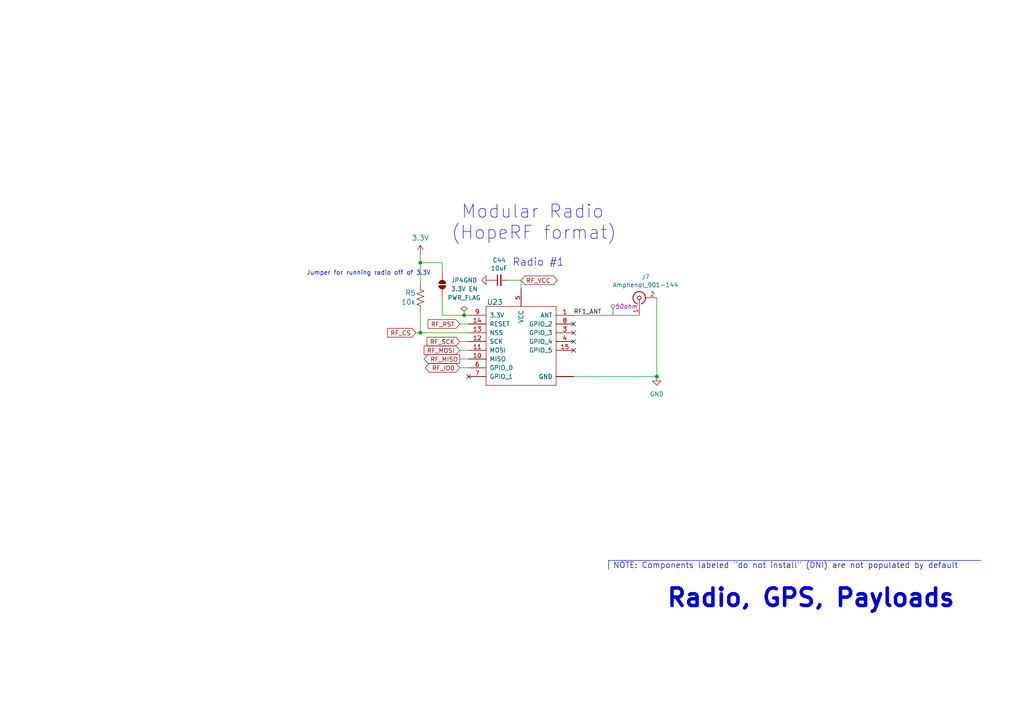
<source format=kicad_sch>
(kicad_sch (version 20231120) (generator "eeschema") (generator_version "8.0")
  (paper "A4")
  (title_block (title "PyCubed Mainboard") (date "2024-05-14") (rev "v06b") (company "Stanford Student Space Initiative") (comment 1 "Ethan Brinser"))
  (lib_symbols
    (symbol "Connector:Conn_Coaxial" (pin_names (offset 1.016) hide)
      (property "Reference" "J" (at 0.254 3.048 0))
      (property "Value" "Conn_Coaxial" (at 2.921 0 90))
      (symbol "Conn_Coaxial_0_1"
        (arc (start -1.778 -0.508) (mid 0.2311 -1.8066) (end 1.778 0) (stroke (width 0.254)))
        (polyline (pts (xy -2.54 0) (xy -0.508 0)))
        (polyline (pts (xy 0 -2.54) (xy 0 -1.778)))
        (circle (center 0 0) (radius 0.508) (stroke (width 0.2032)))
        (arc (start 1.778 0) (mid 0.2099 1.8101) (end -1.778 0.508) (stroke (width 0.254)))
      )
      (symbol "Conn_Coaxial_1_1"
        (pin passive line (at -5.08 0 0) (length 2.54) (name "In") (number "1"))
        (pin passive line (at 0 -5.08 90) (length 2.54) (name "Ext") (number "2"))
      )
    )
    (symbol "Device:C_Small" (pin_numbers hide) (pin_names (offset 0.254) hide)
      (property "Reference" "C" (at 0.254 1.778 0))
      (property "Value" "C_Small" (at 0.254 -2.032 0))
      (symbol "C_Small_0_1"
        (polyline (pts (xy -1.524 -0.508) (xy 1.524 -0.508)) (stroke (width 0.3302)))
        (polyline (pts (xy -1.524 0.508) (xy 1.524 0.508)) (stroke (width 0.3048)))
      )
      (symbol "C_Small_1_1"
        (pin passive line (at 0 2.54 270) (length 2.032) (name "~") (number "1"))
        (pin passive line (at 0 -2.54 90) (length 2.032) (name "~") (number "2"))
      )
    )
    (symbol "Device:R_US" (pin_numbers hide) (pin_names (offset 0))
      (property "Reference" "R" (at 2.54 0 90))
      (property "Value" "R_US" (at -2.54 0 90))
      (symbol "R_US_0_1"
        (polyline (pts (xy 0 -2.286) (xy 0 -2.54)))
        (polyline (pts (xy 0 2.286) (xy 0 2.54)))
        (polyline (pts (xy 0 -0.762) (xy 1.016 -1.143) (xy 0 -1.524) (xy -1.016 -1.905) (xy 0 -2.286)))
        (polyline (pts (xy 0 0.762) (xy 1.016 0.381) (xy 0 0) (xy -1.016 -0.381) (xy 0 -0.762)))
        (polyline (pts (xy 0 2.286) (xy 1.016 1.905) (xy 0 1.524) (xy -1.016 1.143) (xy 0 0.762)))
      )
      (symbol "R_US_1_1"
        (pin passive line (at 0 3.81 270) (length 1.27) (name "~") (number "1"))
        (pin passive line (at 0 -3.81 90) (length 1.27) (name "~") (number "2"))
      )
    )
    (symbol "Jumper:SolderJumper_2_Open" (pin_numbers hide) (pin_names (offset 0) hide) (exclude_from_sim yes) (in_bom no)
      (property "Reference" "JP" (at 0 2.032 0))
      (property "Value" "SolderJumper_2_Open" (at 0 -2.54 0))
      (symbol "SolderJumper_2_Open_0_1"
        (arc (start -0.254 1.016) (mid -1.2656 0) (end -0.254 -1.016))
        (arc (start -0.254 1.016) (mid -1.2656 0) (end -0.254 -1.016) (fill (type outline)))
        (polyline (pts (xy -0.254 1.016) (xy -0.254 -1.016)))
        (polyline (pts (xy 0.254 1.016) (xy 0.254 -1.016)))
        (arc (start 0.254 -1.016) (mid 1.2656 0) (end 0.254 1.016))
        (arc (start 0.254 -1.016) (mid 1.2656 0) (end 0.254 1.016) (fill (type outline)))
      )
      (symbol "SolderJumper_2_Open_1_1"
        (pin passive line (at -3.81 0 0) (length 2.54) (name "A") (number "1"))
        (pin passive line (at 3.81 0 180) (length 2.54) (name "B") (number "2"))
      )
    )
    (symbol "power:+3.3V" (power) (pin_numbers hide) (pin_names (offset 0) hide)
      (property "Value" "+3.3V" (at 0 3.556 0))
      (symbol "+3.3V_0_1"
        (polyline (pts (xy -0.762 1.27) (xy 0 2.54)))
        (polyline (pts (xy 0 0) (xy 0 2.54)))
        (polyline (pts (xy 0 2.54) (xy 0.762 1.27)))
      )
      (symbol "+3.3V_1_1"
        (pin power_in line (at 0 0 90) (length 0) (name "~") (number "1"))
      )
    )
    (symbol "power:GND" (power) (pin_numbers hide) (pin_names (offset 0) hide)
      (property "Value" "GND" (at 0 -3.81 0))
      (symbol "GND_0_1"
        (polyline (pts (xy 0 0) (xy 0 -1.27) (xy 1.27 -1.27) (xy 0 -2.54) (xy -1.27 -1.27) (xy 0 -1.27)))
      )
      (symbol "GND_1_1"
        (pin power_in line (at 0 0 270) (length 0) (name "~") (number "1"))
      )
    )
    (symbol "power:PWR_FLAG" (power) (pin_numbers hide) (pin_names (offset 0) hide)
      (property "Value" "PWR_FLAG" (at 0 3.81 0))
      (symbol "PWR_FLAG_0_0"
        (pin power_out line (at 0 0 90) (length 0) (name "~") (number "1"))
      )
      (symbol "PWR_FLAG_0_1"
        (polyline (pts (xy 0 0) (xy 0 1.27) (xy -1.016 1.905) (xy 0 2.54) (xy 1.016 1.905) (xy 0 1.27)))
      )
    )
    (symbol "ssi_IC:RFM98PW" (pin_names (offset 1.016))
      (property "Reference" "U" (at -7.62 10.16 0))
      (symbol "RFM98PW_1_0"
        (polyline (pts (xy -7.62 -12.7) (xy -7.62 10.16)))
        (polyline (pts (xy -7.62 10.16) (xy 12.7 10.16)))
        (polyline (pts (xy 12.7 -12.7) (xy -7.62 -12.7)))
        (polyline (pts (xy 12.7 10.16) (xy 12.7 -12.7)))
        (pin bidirectional line (at 17.78 7.62 180) (length 5.08) (name "ANT") (number "1"))
        (pin output line (at -12.7 -5.08 0) (length 5.08) (name "MISO") (number "10"))
        (pin input line (at -12.7 -2.54 0) (length 5.08) (name "MOSI") (number "11"))
        (pin input line (at -12.7 0 0) (length 5.08) (name "SCK") (number "12"))
        (pin bidirectional line (at -12.7 2.54 0) (length 5.08) (name "NSS") (number "13"))
        (pin bidirectional line (at -12.7 5.08 0) (length 5.08) (name "RESET") (number "14"))
        (pin bidirectional line (at 17.78 -2.54 180) (length 5.08) (name "GPIO_5") (number "15"))
        (pin power_in line (at 17.78 -10.16 180) (length 5.08) (name "GND") (number "16"))
        (pin power_in line (at 17.78 -10.16 180) (length 5.08) hide (name "GND") (number "17"))
        (pin power_in line (at 17.78 -10.16 180) (length 5.08) (name "GND") (number "2"))
        (pin bidirectional line (at 17.78 2.54 180) (length 5.08) (name "GPIO_3") (number "3"))
        (pin bidirectional line (at 17.78 0 180) (length 5.08) (name "GPIO_4") (number "4"))
        (pin power_in line (at 2.54 15.24 270) (length 5.08) (name "VCC") (number "5"))
        (pin bidirectional line (at -12.7 -7.62 0) (length 5.08) (name "GPIO_0") (number "6"))
        (pin bidirectional line (at -12.7 -10.16 0) (length 5.08) (name "GPIO_1") (number "7"))
        (pin bidirectional line (at 17.78 5.08 180) (length 5.08) (name "GPIO_2") (number "8"))
        (pin power_in line (at -12.7 7.62 0) (length 5.08) (name "3.3V") (number "9"))
      )
    )
  )
  (junction (at 121.92 76.2))
  (junction (at 134.62 91.44))
  (junction (at 190.5 109.22))
  (junction (at 121.92 96.52))
  (no_connect (at 166.37 101.6))
  (no_connect (at 135.89 109.22))
  (no_connect (at 166.37 96.52))
  (no_connect (at 166.37 93.98))
  (no_connect (at 166.37 99.06))
  (wire (pts (xy 166.37 109.22) (xy 190.5 109.22)))
  (wire (pts (xy 120.65 96.52) (xy 121.92 96.52)))
  (wire (pts (xy 121.92 90.17) (xy 121.92 96.52)))
  (wire (pts (xy 121.92 76.2) (xy 121.92 73.66)))
  (polyline (pts (xy 176.53 162.56) (xy 284.48 162.56)))
  (wire (pts (xy 121.92 96.52) (xy 135.89 96.52)))
  (wire (pts (xy 151.13 81.28) (xy 147.32 81.28)))
  (wire (pts (xy 128.27 76.2) (xy 128.27 78.74)))
  (wire (pts (xy 121.92 76.2) (xy 121.92 82.55)))
  (wire (pts (xy 151.13 81.28) (xy 151.13 83.82)))
  (wire (pts (xy 133.35 106.68) (xy 135.89 106.68)))
  (wire (pts (xy 166.37 91.44) (xy 185.42 91.44)))
  (wire (pts (xy 128.27 86.36) (xy 128.27 91.44)))
  (wire (pts (xy 135.89 101.6) (xy 133.35 101.6)))
  (wire (pts (xy 135.89 93.98) (xy 133.35 93.98)))
  (wire (pts (xy 121.92 76.2) (xy 128.27 76.2)))
  (wire (pts (xy 134.62 91.44) (xy 135.89 91.44)))
  (wire (pts (xy 135.89 104.14) (xy 133.35 104.14)))
  (wire (pts (xy 135.89 99.06) (xy 133.35 99.06)))
  (wire (pts (xy 190.5 86.36) (xy 190.5 109.22)))
  (polyline (pts (xy 176.53 165.1) (xy 176.53 162.56)))
  (wire (pts (xy 128.27 91.44) (xy 134.62 91.44)))
  (text "Radio #1" (at 148.59 77.47 0) (effects (font (size 2.159 2.159)) (justify left bottom)))
  (text " Modular Radio \n(HopeRF format)" (at 130.81 69.85 0) (effects (font (size 3.81 3.81)) (justify left bottom)))
  (text "NOTE: Components labeled \"do not install\" (DNI) are not populated by default" (at 177.8 165.1 0) (effects (font (size 1.651 1.651)) (justify left bottom)))
  (text "Jumper for running radio off of 3.3V" (at 88.9 80.01 0) (effects (font (size 1.27 1.27)) (justify left bottom)))
  (text "Radio, GPS, Payloads" (at 193.04 176.53 0) (effects (font (size 5.08 5.08) (thickness 1.016) (bold yes)) (justify left bottom)))
  (label "RF1_ANT" (at 166.37 91.44 0))
  (global_label "RF_MOSI" (shape input) (at 133.35 101.6 180) (property "Intersheetrefs" "${INTERSHEET_REFS}" (effects (hide yes))))
  (global_label "RF_IO0" (shape bidirectional) (at 133.35 106.68 180) (property "Intersheetrefs" "${INTERSHEET_REFS}" (effects (hide yes))))
  (global_label "RF_VCC" (shape bidirectional) (at 151.13 81.28 0) (property "Intersheetrefs" "${INTERSHEET_REFS}" (effects (hide yes))))
  (global_label "RF_RST" (shape input) (at 133.35 93.98 180) (property "Intersheetrefs" "${INTERSHEET_REFS}" (effects (hide yes))))
  (global_label "RF_SCK" (shape input) (at 133.35 99.06 180) (property "Intersheetrefs" "${INTERSHEET_REFS}" (effects (hide yes))))
  (global_label "RF_MISO" (shape output) (at 133.35 104.14 180) (property "Intersheetrefs" "${INTERSHEET_REFS}" (effects (hide yes))))
  (global_label "RF_CS" (shape input) (at 120.65 96.52 180) (property "Intersheetrefs" "${INTERSHEET_REFS}" (effects (hide yes))))
  (netclass_flag "" (length 2.54) (shape round) (at 177.8 91.44 0) (property "Netclass" "50ohm" (at 178.4096 88.9 0) (effects (font (italic yes)) (justify left))))
  (symbol (lib_id "Connector:Conn_Coaxial") (at 185.42 86.36 90) (unit 1)
    (property "Reference" "J7" (at 187.2234 80.3402 90))
    (property "Value" "Amphenol_901-144" (at 187.2234 82.6516 90))
    (property "Footprint" "ssi_connector:SMA_Amphenol_901-144_horizontal" (effects (hide yes)))
    (property "Datasheet" "https://www.amphenolrf.com/library/download/link/link_id/593640/parent/901-144/" (effects (hide yes)))
    (property "Description" "Amphenol RF SMA" (effects (hide yes)))
    (property "Flight" "901-144" (effects (hide yes)))
    (property "Manufacturer_Name" "Amphenol" (effects (hide yes)))
    (property "Manufacturer_Part_Number" "901-144" (effects (hide yes)))
    (property "Proto" "901-144" (effects (hide yes)))
  )
  (symbol (lib_id "ssi_IC:RFM98PW") (at 148.59 99.06 0) (unit 1)
    (property "Reference" "U23" (at 143.51 87.63 0) (effects (font (size 1.4986 1.4986))))
    (property "Value" "RFM98PW" (effects (hide yes)))
    (property "Footprint" "ssi_IC:RFM98PW" (effects (hide yes)))
    (property "Datasheet" "433 MHz 1W Radio" (effects (hide yes)))
    (property "Description" "433 MHz 1W Radio" (effects (hide yes)))
    (property "Flight" "RFM98PW" (effects (hide yes)))
    (property "Manufacturer_Name" "HopeRF" (effects (hide yes)))
    (property "Manufacturer_Part_Number" "RFM98PW" (effects (hide yes)))
    (property "Proto" "RFM98PW" (effects (hide yes)))
  )
  (symbol (lib_id "Device:R_US") (at 121.92 86.36 0) (unit 1)
    (property "Reference" "R5" (at 120.65 84.963 0) (effects (font (size 1.4986 1.4986)) (justify right)))
    (property "Value" "10k" (at 120.65 87.63 0) (effects (font (size 1.4986 1.4986)) (justify right)))
    (property "Footprint" "Resistor_SMD:R_0603_1608Metric" (effects (hide yes)))
    (property "Description" "Resistor, US symbol" (effects (hide yes)))
  )
  (symbol (lib_id "power:+3.3V") (at 121.92 73.66 0) (unit 1)
    (property "Reference" "#SUPPLY0109" (effects (hide yes)))
    (property "Value" "3.3V" (at 119.38 69.85 0) (effects (font (size 1.4986 1.4986)) (justify left bottom)))
    (property "Description" "Power symbol creates a global label with name \"+3.3V\"" (effects (hide yes)))
  )
  (symbol (lib_id "Device:C_Small") (at 144.78 81.28 90) (unit 1)
    (property "Reference" "C44" (at 144.78 75.4634 90))
    (property "Value" "10uF" (at 144.78 77.7748 90))
    (property "Footprint" "Capacitor_SMD:C_0603_1608Metric" (effects (hide yes)))
    (property "Description" "10uF +-20% 10V X5R" (effects (hide yes)))
  )
  (symbol (lib_id "Jumper:SolderJumper_2_Open") (at 128.27 82.55 90) (unit 1) (exclude_from_sim yes) (in_bom no)
    (property "Reference" "JP4" (at 130.81 81.28 90) (effects (justify right)))
    (property "Value" "3.3V EN" (at 130.81 83.82 90) (effects (justify right)))
    (property "Footprint" "Jumper:SolderJumper-2_P1.3mm_Open_RoundedPad1.0x1.5mm" (effects (hide yes)))
  )
  (symbol (lib_id "power:GND") (at 142.24 81.28 270) (unit 1)
    (property "Reference" "#PWR051" (effects (hide yes)))
    (property "Value" "GND" (at 138.43 81.28 90) (effects (justify right)))
  )
  (symbol (lib_id "power:GND") (at 190.5 109.22 0) (unit 1)
    (property "Reference" "#PWR050" (effects (hide yes)))
    (property "Value" "GND" (at 190.5 114.3 0))
  )
  (symbol (lib_id "power:PWR_FLAG") (at 134.62 91.44 0) (unit 1)
    (property "Reference" "#FLG06" (effects (hide yes)))
    (property "Value" "PWR_FLAG" (at 134.62 86.36 0))
  )
)
</source>
